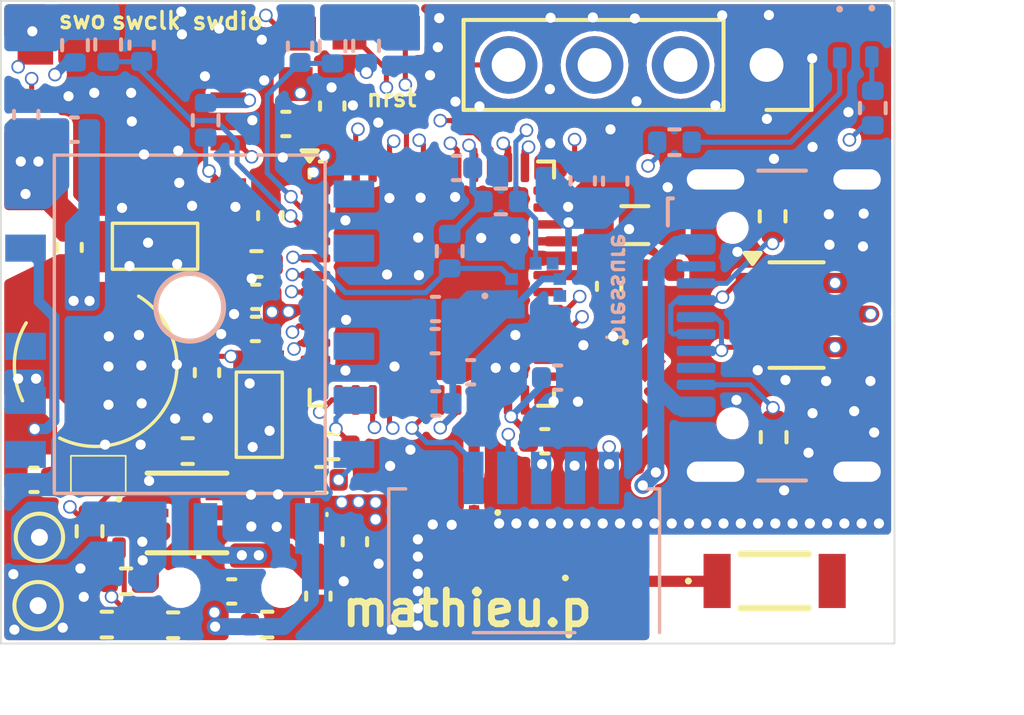
<source format=kicad_pcb>
(kicad_pcb (version 20240108) (generator "pcbnew") (generator_version "8.0")
  (layers (0 "F.Cu" signal) (1 "In1.Cu" signal) (2 "In2.Cu" signal) (3 "In3.Cu" signal) (4 "In4.Cu" signal) (31 "B.Cu" signal) (34 "B.Paste" user) (35 "F.Paste" user) (36 "B.SilkS" user "B.Silkscreen") (37 "F.SilkS" user "F.Silkscreen") (38 "B.Mask" user) (39 "F.Mask" user) (44 "Edge.Cuts" user))
  (net 0 "")
  (net 1 "Net-(BT1-+)")
  (net 2 "GNDGPS")
  (net 3 "Net-(U1-VFBSMPS)")
  (net 4 "GND")
  (net 5 "+3.3V")
  (net 6 "vusb")
  (net 7 "Net-(C3-Pad2)")
  (net 8 "Net-(SW1-B)")
  (net 9 "B2")
  (net 10 "B1")
  (net 11 "Net-(U1-NRST)")
  (net 12 "Net-(U1-PH3)")
  (net 13 "Net-(D1-A)")
  (net 14 "Net-(D1-K)")
  (net 15 "Net-(FL1-OUT)")
  (net 16 "Net-(FL1-IN)")
  (net 17 "Net-(IC1-IN)")
  (net 18 "SPI_MOSi")
  (net 19 "SPI_SCK")
  (net 20 "SPI_MISO")
  (net 21 "SPI_CS")
  (net 22 "COMPASSDA")
  (net 23 "COMPASSCL")
  (net 24 "USART_RX")
  (net 25 "USART_TX")
  (net 26 "OLED_SCL")
  (net 27 "OLED_SDA")
  (net 28 "Net-(J4-CC2)")
  (net 30 "Net-(J4-D--PadA7)")
  (net 31 "Net-(J4-D+-PadA6)")
  (net 32 "Net-(J4-CC1)")
  (net 34 "Net-(L1-Pad2)")
  (net 35 "Net-(U1-VLXSMPS)")
  (net 36 "Net-(PA1010D1-RX)")
  (net 40 "Net-(PA1010D1-TX)")
  (net 43 "ALIMGPS")
  (net 44 "Net-(U2-PROG)")
  (net 45 "Net-(R10-Pad1)")
  (net 46 "Net-(R8-Pad2)")
  (net 47 "GPSRX")
  (net 48 "GPSTX")
  (net 49 "Net-(U1-PA4)")
  (net 50 "BAT+")
  (net 51 "SWDIO")
  (net 52 "SWCLK")
  (net 53 "SWO")
  (net 61 "D+")
  (net 62 "HSE_OUT")
  (net 63 "D-")
  (net 65 "HSE_IN")
  (net 69 "Net-(D2-A)")
  (net 70 "Net-(D3-A)")
  (net 71 "Net-(U1-PB0)")
  (net 72 "Net-(U1-PB1)")
  (footprint "Resistor_SMD:R_0402_1005Metric" (layer "F.Cu") (at 133.82 109.51)
    (property "Reference" "R4" (hide yes))
    (property "Value" "1R" (hide yes))
  )
  (footprint "Capacitor_SMD:C_0402_1005Metric" (layer "F.Cu") (at 135.74 94.18 -90)
    (property "Reference" "C21" (hide yes))
    (property "Value" "100n" (hide yes))
  )
  (footprint "custom_testpoint:TestPoint_Pad_1.0x1.0mm" (layer "F.Cu") (at 134.66 93.53)
    (property "Reference" "REF**" (hide yes))
    (property "Value" "TestPoint_Pad_1.0x1.0mm" (hide yes))
  )
  (footprint "74889302450(antenne):74889302450" (layer "F.Cu") (at 148.81 108.22)
    (property "Reference" "ANT1" (hide yes))
    (property "Value" "74889302450" (hide yes))
  )
  (footprint "DLF162500LT-5028A1:DLF162500LT5028A1" (layer "F.Cu") (at 143.877 108.23)
    (property "Reference" "FL1" (hide yes))
    (property "Value" "LFCN-2400D" (hide yes))
  )
  (footprint "830069494:830069494" (layer "F.Cu") (at 144.91 102.56 -135)
    (property "Reference" "Y1" (hide yes))
    (property "Value" "Crystal_GND24" (hide yes))
  )
  (footprint "Resistor_SMD:R_0402_1005Metric" (layer "F.Cu") (at 129.65 108.23 180)
    (property "Reference" "R17" (hide yes))
    (property "Value" "50k" (hide yes))
  )
  (footprint "custom_testpoint:TestPoint_Pad_1.0x1.0mm" (layer "F.Cu") (at 136.25 92.01)
    (property "Reference" "REF**" (hide yes))
    (property "Value" "TestPoint_Pad_1.0x1.0mm" (hide yes))
  )
  (footprint "Inductor_SMD:L_0402_1005Metric" (layer "F.Cu") (at 145.36 99.03 180)
    (property "Reference" "L2" (hide yes))
    (property "Value" "10n" (hide yes))
  )
  (footprint "Connector_PinSocket_2.54mm:PinSocket_1x04_P2.54mm_Vertical" (layer "F.Cu") (at 148.57 92.965 -90)
    (property "Reference" "J3" (hide yes))
    (property "Value" "OLED" (hide yes))
  )
  (footprint "LTC4065:DFN-6_DC_LIT" (layer "F.Cu") (at 131.450001 106.209999)
    (property "Reference" "U2" (hide yes))
    (property "Value" "LTC4065AEDC" (hide yes))
  )
  (footprint "custom_testpoint:TestPoint_Pad_1.0x1.0mm" (layer "F.Cu") (at 137.83 92.02)
    (property "Reference" "REF**" (hide yes))
    (property "Value" "TestPoint_Pad_1.0x1.0mm" (hide yes))
  )
  (footprint "Capacitor_SMD:C_0402_1005Metric" (layer "F.Cu") (at 132.77 108.53)
    (property "Reference" "C3" (hide yes))
    (property "Value" "1u" (hide yes))
  )
  (footprint "Package_DFN_QFN:QFN-48-1EP_7x7mm_P0.5mm_EP5.6x5.6mm" (layer "F.Cu") (at 138.6825 99.43)
    (property "Reference" "U1" (hide yes))
    (property "Value" "STM32WB55CGUx" (hide yes))
  )
  (footprint "MLPF-WB-01E3:MLPFWB01E3" (layer "F.Cu") (at 139.68 105.547 180)
    (property "Reference" "IC1" (hide yes))
    (property "Value" "MLPF-WB-01E3" (hide yes))
  )
  (footprint "Package_TO_SOT_SMD:SOT-23-6" (layer "F.Cu") (at 149.4575 100.36)
    (property "Reference" "U4" (hide yes))
    (property "Value" "USBLC6-2SC6" (hide yes))
  )
  (footprint "Resistor_SMD:R_0402_1005Metric" (layer "F.Cu") (at 133.5 98.85 180)
    (property "Reference" "R16" (hide yes))
    (property "Value" "10k" (hide yes))
  )
  (footprint "Capacitor_SMD:C_0402_1005Metric" (layer "F.Cu") (at 127.98 98.36 -90)
    (property "Reference" "C9" (hide yes))
    (property "Value" "0.1u" (hide yes))
  )
  (footprint "custom_testpoint:TestPoint_Pad_1.0x1.0mm" (layer "F.Cu") (at 134.76 92.04)
    (property "Reference" "REF**" (hide yes))
    (property "Value" "TestPoint_Pad_1.0x1.0mm" (hide yes))
  )
  (footprint "MS414:MS421R-IV03E" (layer "F.Cu") (at 129.85 99.44 180)
    (property "Reference" "BT1" (hide yes))
    (property "Value" "ML414S" (hide yes))
  )
  (footprint "Capacitor_SMD:C_0402_1005Metric" (layer "F.Cu") (at 134.37 94.71)
    (property "Reference" "C26" (hide yes))
    (property "Value" "100n" (hide yes))
  )
  (footprint "Resistor_SMD:R_0402_1005Metric" (layer "F.Cu") (at 135.77 104.24)
    (property "Reference" "R12" (hide yes))
    (property "Value" "470R" (hide yes))
  )
  (footprint "Capacitor_SMD:C_0402_1005Metric" (layer "F.Cu") (at 142.02 104.09 180)
    (property "Reference" "C23" (hide yes))
    (property "Value" "100p" (hide yes))
  )
  (footprint "LDLN025PU33R:LDLN025PU33R" (layer "F.Cu") (at 134.395 106.335 -90)
    (property "Reference" "U3" (hide yes))
    (property "Value" "LDLN022PU33R" (hide yes))
  )
  (footprint "Inductor_SMD:L_0805_2012Metric" (layer "F.Cu") (at 144.68 97.7)
    (property "Reference" "L1" (hide yes))
    (property "Value" "2.2u" (hide yes))
  )
  (footprint "Resistor_SMD:R_0402_1005Metric" (layer "F.Cu") (at 128.57 106.75 -90)
    (property "Reference" "R6" (hide yes))
    (property "Value" "470k" (hide yes))
  )
  (footprint "KXT3:SW_KXT3" (layer "F.Cu") (at 132.405 97.595 180)
    (property "Reference" "SW4" (hide yes))
    (property "Value" "boot" (hide yes))
  )
  (footprint "TestPoint:TestPoint_THTPad_D1.0mm_Drill0.5mm" (layer "F.Cu") (at 127.05 108.95)
    (property "Reference" "TP1" (hide yes))
    (property "Value" "bat-" (hide yes))
  )
  (footprint "Capacitor_SMD:C_0402_1005Metric" (layer "F.Cu") (at 132.04 102.06 90)
    (property "Reference" "C17" (hide yes))
    (property "Value" "0.1u" (hide yes))
  )
  (footprint "Resistor_SMD:R_0402_1005Metric" (layer "F.Cu") (at 148.78 103.97 -90)
    (property "Reference" "R15" (hide yes))
    (property "Value" "5.1k" (hide yes))
  )
  (footprint "Capacitor_SMD:C_0402_1005Metric" (layer "F.Cu") (at 126.93 105.23)
    (property "Reference" "C8" (hide yes))
    (property "Value" "1u" (hide yes))
  )
  (footprint "Resistor_SMD:R_0402_1005Metric" (layer "F.Cu") (at 135.42 105.23 180)
    (property "Reference" "R11" (hide yes))
    (property "Value" "470R" (hide yes))
  )
  (footprint "Resistor_SMD:R_0402_1005Metric" (layer "F.Cu") (at 131.47 104.38)
    (property "Reference" "R3" (hide yes))
    (property "Value" "20k" (hide yes))
  )
  (footprint "Capacitor_SMD:C_0402_1005Metric" (layer "F.Cu") (at 136.41 107.06 -90)
    (property "Reference" "C5" (hide yes))
    (property "Value" "1u" (hide yes))
  )
  (footprint "W25Q128:SON127P600X500X80-9N-D" (layer "F.Cu") (at 129.82 94.635 180)
    (property "Reference" "IC2" (hide yes))
    (property "Value" "W25Q128JVPIQ_TR" (hide yes))
  )
  (footprint "LED_SMD:LED_0201_0603Metric_Pad0.64x0.40mm_HandSolder" (layer "F.Cu") (at 129.44 106.84 -90)
    (property "Reference" "D1" (hide yes))
    (property "Value" "~" (hide yes))
  )
  (footprint "Resistor_SMD:R_0402_1005Metric" (layer "F.Cu") (at 148.75 97.44 90)
    (property "Reference" "R14" (hide yes))
    (property "Value" "5.1k" (hide yes))
  )
  (footprint "Capacitor_SMD:C_0402_1005Metric" (layer "F.Cu") (at 133.47 100.77)
    (property "Reference" "C15" (hide yes))
    (property "Value" "10n" (hide yes))
  )
  (footprint "KXT3:SW_KXT3" (layer "F.Cu") (at 134.315 105.205 90)
    (property "Reference" "SW5" (hide yes))
    (property "Value" "RSTBTN" (hide yes))
  )
  (footprint "2N7002KQBZ:2N7002KQB" (layer "F.Cu") (at 129.58 105.58 90)
    (property "Reference" "Q1" (hide yes))
    (property "Value" "2N7002K" (hide yes))
  )
  (footprint "Resistor_SMD:R_0402_1005Metric" (layer "F.Cu") (at 131.04 109.53 180)
    (property "Reference" "R5" (hide yes))
    (property "Value" "510R" (hide yes))
  )
  (footprint "TestPoint:TestPoint_THTPad_D1.0mm_Drill0.5mm" (layer "F.Cu") (at 127.09 106.93)
    (property "Reference" "TP2" (hide yes))
    (property "Value" "bat+" (hide yes))
  )
  (footprint "Capacitor_SMD:C_0402_1005Metric" (layer "F.Cu") (at 135.33 108.67 -90)
    (property "Reference" "C4" (hide yes))
    (property "Value" "1u" (hide yes))
  )
  (footprint "Capacitor_SMD:C_0402_1005Metric" (layer "F.Cu") (at 143.92 99.51 90)
    (property "Reference" "C1" (hide yes))
    (property "Value" "4.7u" (hide yes))
  )
  (footprint "Resistor_SMD:R_0402_1005Metric" (layer "F.Cu") (at 129.08 109.51 180)
    (property "Reference" "R18" (hide yes))
    (property "Value" "50k" (hide yes))
  )
  (footprint "Capacitor_SMD:C_0402_1005Metric" (layer "F.Cu") (at 133.91 97.42 -90)
    (property "Reference" "C18" (hide yes))
    (property "Value" "10n" (hide yes))
  )
  (footprint "Capacitor_SMD:C_0402_1005Metric" (layer "F.Cu") (at 133.48 99.82)
    (property "Reference" "C16" (hide yes))
    (property "Value" "1u" (hide yes))
  )
  (footprint "Capacitor_SMD:C_0402_1005Metric" (layer "B.Cu") (at 126.7 94.43 90)
    (property "Reference" "C11" (hide yes))
    (property "Value" "100n" (hide yes))
  )
  (footprint "custom_testpoint:TestPoint_Pad_1.0x1.0mm" (layer "B.Cu") (at 126.88 91.97 180)
    (property "Reference" "TP3" (hide yes))
    (property "Value" "B1" (hide yes))
  )
  (footprint "Capacitor_SMD:C_0402_1005Metric" (layer "B.Cu") (at 138.78 101.13)
    (property "Reference" "C19" (hide yes))
    (property "Value" "4.7u" (hide yes))
  )
  (footprint "Capacitor_SMD:C_0402_1005Metric" (layer "B.Cu") (at 139.83 102.05 180)
    (property "Reference" "C12" (hide yes))
    (property "Value" "4.7u" (hide yes))
  )
  (footprint "Resistor_SMD:R_0402_1005Metric" (layer "B.Cu") (at 136.74 92.4 90)
    (property "Reference" "R8" (hide yes))
    (property "Value" "10k" (hide yes))
  )
  (footprint "WSEN-PADS:2511020213301" (layer "B.Cu") (at 141.75 99.543)
    (property "Reference" "WSEN-PADS1" (hide yes))
    (property "Value" "~" (hide yes))
  )
  (footprint "Capacitor_SMD:C_0402_1005Metric" (layer "B.Cu") (at 139.41 96.01)
    (property "Reference" "C2" (hide yes))
    (property "Value" "100n" (hide yes))
  )
  (footprint "Capacitor_SMD:C_0402_1005Metric" (layer "B.Cu") (at 128.12 94.88)
    (property "Reference" "C10" (hide yes))
    (property "Value" "1u" (hide yes))
  )
  (footprint "Capacitor_SMD:C_0402_1005Metric" (layer "B.Cu") (at 144.1 96.4 -90)
    (property "Reference" "C24" (hide yes))
    (property "Value" "4.7u" (hide yes))
  )
  (footprint "Resistor_SMD:R_0402_1005Metric" (layer "B.Cu") (at 151.71 94.24 90)
    (property "Reference" "R1" (hide yes))
    (property "Value" "510R" (hide yes))
  )
  (footprint "Resistor_SMD:R_0402_1005Metric" (layer "B.Cu") (at 135.75 92.41 -90)
    (property "Reference" "R9" (hide yes))
    (property "Value" "10k" (hide yes))
  )
  (footprint "Resistor_SMD:R_0402_1005Metric" (layer "B.Cu") (at 145.85 95.25)
    (property "Reference" "R2" (hide yes))
    (property "Value" "510R" (hide yes))
  )
  (footprint "Resistor_SMD:R_0402_1005Metric" (layer "B.Cu") (at 129.12 92.36 -90)
    (property "Reference" "R10" (hide yes))
    (property "Value" "10k" (hide yes))
  )
  (footprint "Capacitor_SMD:C_0402_1005Metric" (layer "B.Cu") (at 134.79 92.41 90)
    (property "Reference" "C6" (hide yes))
    (property "Value" "10n" (hide yes))
  )
  (footprint "LED_SMD:LED_0201_0603Metric_Pad0.64x0.40mm_HandSolder" (layer "B.Cu") (at 151.68 92.32 -90)
    (property "Reference" "D2" (hide yes))
    (property "Value" "~" (hide yes))
  )
  (footprint "Resistor_SMD:R_0402_1005Metric" (layer "B.Cu") (at 128.14 92.38 90)
    (property "Reference" "R7" (hide yes))
    (property "Value" "10k" (hide yes))
  )
  (footprint "Capacitor_SMD:C_0402_1005Metric" (layer "B.Cu") (at 143.14 96.39 -90)
    (property "Reference" "C22" (hide yes))
    (property "Value" "100n" (hide yes))
  )
  (footprint "Resistor_SMD:R_0402_1005Metric" (layer "B.Cu") (at 140.72 97)
    (property "Reference" "R20" (hide yes))
    (property "Value" "2.2k" (hide yes))
  )
  (footprint "USBWURTH:USBC-WURTH" (layer "B.Cu") (at 150.17 100.67 -90)
    (property "Reference" "J4" (hide yes))
    (property "Value" "USB_C_Receptacle_USB2.0_14P" (hide yes))
  )
  (footprint "Resistor_SMD:R_0402_1005Metric" (layer "B.Cu") (at 132 94.6 90)
    (property "Reference" "R13" (hide yes))
    (property "Value" "10k" (hide yes))
  )
  (footprint "PCM:SW_PCM" (layer "B.Cu") (at 136.895 109.7825 180)
    (property "Reference" "SW1" (hide yes))
    (property "Value" "Int" (hide yes))
  )
  (footprint "custom_testpoint:TestPoint_Pad_1.0x1.0mm" (layer "B.Cu") (at 132.4 91.89 180)
    (property "Reference" "TP4" (hide yes))
    (property "Value" "GNDBTN" (hide yes))
  )
  (footprint "LED_SMD:LED_0201_0603Metric_Pad0.64x0.40mm_HandSolder" (layer "B.Cu") (at 150.73 92.35 -90)
    (property "Reference" "D3" (hide yes))
    (property "Value" "~" (hide yes))
  )
  (footprint "custom_testpoint:TestPoint_Pad_1.0x1.0mm" (layer "B.Cu") (at 137.81 92.04 180)
    (property "Reference" "TP5" (hide yes))
    (property "Value" "B2" (hide yes))
  )
  (footprint "SM06B-SRSS:SM06BSRSSTB" (layer "B.Cu") (at 141.41 107.46 180)
    (property "Reference" "J1" (hide yes))
    (property "Value" "SM06B-SRSS-TB" (hide yes))
  )
  (footprint "Capacitor_SMD:C_0402_1005Metric" (layer "B.Cu") (at 142.4 102.21 180)
    (property "Reference" "C13" (hide yes))
    (property "Value" "100n" (hide yes))
  )
  (footprint "Capacitor_SMD:C_0402_1005Metric" (layer "B.Cu") (at 130.11 92.38 90)
    (property "Reference" "C7" (hide yes))
    (property "Value" "10n" (hide yes))
  )
  (footprint "Capacitor_SMD:C_0402_1005Metric" (layer "B.Cu") (at 138.79 100.18)
    (property "Reference" "C20" (hide yes))
    (property "Value" "100n" (hide yes))
  )
  (footprint "Resistor_SMD:R_0402_1005Metric" (layer "B.Cu") (at 139.21 98.47 90)
    (property "Reference" "R19" (hide yes))
    (property "Value" "2.2k" (hide yes))
  )
  (footprint "PA1010D:PA1010D" (layer "B.Cu") (at 136.53 105.63 180)
    (property "Reference" "PA1010D1" (hide yes))
    (property "Value" "PA1010D" (hide yes))
  )
  (footprint "Capacitor_SMD:C_0402_1005Metric" (layer "B.Cu") (at 138.8 102.97)
    (property "Reference" "C25" (hide yes))
    (property "Value" "100n" (hide yes))
  )
  (gr_rect (start 125.95 91.07) (end 152.35 110.07) (stroke (width 0.05)) (fill none) (layer "Edge.Cuts"))
  (gr_text "pressure\n" (at 143.95 101.2 270) (layer "B.SilkS") (effects (font (size 0.5 0.5) (thickness 0.1)) (justify left bottom mirror)))
  (gr_text "swo" (at 127.6 91.93 0) (layer "F.SilkS") (effects (font (size 0.5 0.5) (thickness 0.1)) (justify left bottom)))
  (gr_text "mathieu.p" (at 135.93 109.62 0) (layer "F.SilkS") (effects (font (size 1 1) (thickness 0.2) (bold yes)) (justify left bottom)))
  (gr_text "swdio" (at 131.55 91.96 0) (layer "F.SilkS") (effects (font (size 0.5 0.5) (thickness 0.1)) (justify left bottom)))
  (gr_text "nrst" (at 136.7 94.24 0) (layer "F.SilkS") (effects (font (size 0.5 0.5) (thickness 0.1)) (justify left bottom)))
  (gr_text "swclk" (at 129.17 91.95 0) (layer "F.SilkS") (effects (font (size 0.5 0.5) (thickness 0.1)) (justify left bottom)))
  (via (at 126.95 103.73) (size 0.4) (drill 0.3) (layers "F.Cu" "B.Cu") (net 1))
  (segment (start 127.53 103.49) (end 127.53 100.42) (width 0.3) (layer "B.Cu") (net 1))
  (segment (start 127.07 99.96) (end 127.07 98.77) (width 0.3) (layer "B.Cu") (net 1))
  (segment (start 127.53 100.42) (end 127.07 99.96) (width 0.3) (layer "B.Cu") (net 1))
  (segment (start 127.29 103.73) (end 127.53 103.49) (width 0.3) (layer "B.Cu") (net 1))
  (segment (start 127.07 98.77) (end 126.68 98.38) (width 0.3) (layer "B.Cu") (net 1))
  (segment (start 126.95 103.73) (end 127.29 103.73) (width 0.3) (layer "B.Cu") (net 1))
  (via (at 128.1 99.94) (size 0.4) (drill 0.3) (layers "F.Cu" "B.Cu") (net 2))
  (via (at 126.46 102.24) (size 0.4) (drill 0.3) (layers "F.Cu" "B.Cu") (net 2))
  (via (at 126.99 102.24) (size 0.4) (drill 0.3) (layers "F.Cu" "B.Cu") (net 2))
  (via (at 128.57 99.94) (size 0.4) (drill 0.3) (layers "F.Cu" "B.Cu") (net 2))
  (segment (start 143.21 99.18) (end 143.36 99.03) (width 0.3) (layer "F.Cu") (net 3))
  (segment (start 144.875 99.03) (end 143.92 99.03) (width 0.3) (layer "F.Cu") (net 3))
  (segment (start 142.12 99.18) (end 143.21 99.18) (width 0.3) (layer "F.Cu") (net 3))
  (segment (start 143.36 99.03) (end 143.92 99.03) (width 0.3) (layer "F.Cu") (net 3))
  (via (at 136.35 94.16) (size 0.4) (drill 0.3) (layers "F.Cu" "B.Cu") (net 4))
  (via (at 130.3 98.22) (size 0.4) (drill 0.3) (layers "F.Cu" "B.Cu") (net 4))
  (via (at 150.43 98.28) (size 0.4) (drill 0.3) (layers "F.Cu" "B.Cu") (net 4))
  (via (at 149.09 105.54) (size 0.4) (drill 0.3) (layers "F.Cu" "B.Cu") (net 4))
  (via (at 128.3 107.85) (size 0.4) (drill 0.3) (layers "F.Cu" "B.Cu") (net 4))
  (via (at 136.13 102) (size 0.4) (drill 0.3) (layers "F.Cu" "B.Cu") (net 4))
  (via (at 138.35 96.89) (size 0.4) (drill 0.3) (layers "F.Cu" "B.Cu") (net 4))
  (via (at 143.22 106.52) (size 0.4) (drill 0.3) (layers "F.Cu" "B.Cu") (net 4))
  (via (at 149.93 103.26) (size 0.4) (drill 0.3) (layers "F.Cu" "B.Cu") (net 4))
  (via (at 145.26 106.52) (size 0.4) (drill 0.3) (layers "F.Cu" "B.Cu") (net 4))
  (via (at 137.36 99.16) (size 0.4) (drill 0.3) (layers "F.Cu" "B.Cu") (net 4))
  (via (at 137.1 94.67) (size 0.4) (drill 0.3) (layers "F.Cu" "B.Cu") (net 4))
  (via (at 127.78 109.6) (size 0.4) (drill 0.3) (layers "F.Cu" "B.Cu") (net 4))
  (via (at 140.67 106.52) (size 0.4) (drill 0.3) (layers "F.Cu" "B.Cu") (net 4))
  (via (at 151.38 106.52) (size 0.4) (drill 0.3) (layers "F.Cu" "B.Cu") (net 4))
  (via (at 137.45 104.82) (size 0.4) (drill 0.3) (layers "F.Cu" "B.Cu") (net 4))
  (via (at 147.06 94.16) (size 0.4) (drill 0.3) (layers "F.Cu" "B.Cu") (net 4))
  (via (at 129.13 101.88) (size 0.4) (drill 0.3) (layers "F.Cu" "B.Cu") (net 4))
  (via (at 130.03 100.95) (size 0.4) (drill 0.3) (layers "F.Cu" "B.Cu") (net 4))
  (via (at 130.18 95.61) (size 0.4) (drill 0.3) (layers "F.Cu" "B.Cu") (net 4))
  (via (at 133.89 103.78) (size 0.4) (drill 0.3) (layers "F.Cu" "B.Cu") (net 4))
  (via (at 132.88 97.16) (size 0.4) (drill 0.3) (layers "F.Cu" "B.Cu") (net 4))
  (via (at 143.16 101.25) (size 0.4) (drill 0.3) (layers "F.Cu" "B.Cu") (net 4))
  (via (at 142.2 106.52) (size 0.4) (drill 0.3) (layers "F.Cu" "B.Cu") (net 4))
  (via (at 129.82 94.635) (size 0.4) (drill 0.3) (layers "F.Cu" "B.Cu") (net 4))
  (via (at 138.71 106.55) (size 0.4) (drill 0.3) (layers "F.Cu" "B.Cu") (net 4))
  (via (at 138.05 104.34) (size 0.4) (drill 0.3) (layers "F.Cu" "B.Cu") (net 4))
  (via (at 140.57 101.92) (size 0.4) (drill 0.3) (layers "F.Cu" "B.Cu") (net 4))
  (via (at 133.38 94.6) (size 0.4) (drill 0.3) (layers "F.Cu" "B.Cu") (net 4))
  (via (at 126.35 109.66) (size 0.4) (drill 0.3) (layers "F.Cu" "B.Cu") (net 4))
  (via (at 143 102.92) (size 0.4) (drill 0.3) (layers "F.Cu" "B.Cu") (net 4))
  (via (at 139.37 96.87) (size 0.4) (drill 0.3) (layers "F.Cu" "B.Cu") (net 4))
  (via (at 138.9 91.58) (size 0.4) (drill 0.3) (layers "F.Cu" "B.Cu") (net 4))
  (via (at 149.34 106.52) (size 0.4) (drill 0.3) (layers "F.Cu" "B.Cu") (net 4))
  (via (at 129.8 93.79) (size 0.4) (drill 0.3) (layers "F.Cu" "B.Cu") (net 4))
  (via (at 132.46 100.92) (size 0.4) (drill 0.3) (layers "F.Cu" "B.Cu") (net 4))
  (via (at 128.71 93.79) (size 0.4) (drill 0.3) (layers "F.Cu" "B.Cu") (net 4))
  (via (at 141.15 100.95) (size 0.4) (drill 0.3) (layers "F.Cu" "B.Cu") (net 4))
  (via (at 138.27 106.99) (size 0.4) (drill 0.3) (layers "F.Cu" "B.Cu") (net 4))
  (via (at 130.33 105.26) (size 0.4) (drill 0.3) (layers "F.Cu" "B.Cu") (net 4))
  (via (at 145.65 96.58) (size 0.4) (drill 0.3) (layers "F.Cu" "B.Cu") (net 4))
  (via (at 151.16 103.2) (size 0.4) (drill 0.3) (layers "F.Cu" "B.Cu") (net 4))
  (via (at 148.64 91.49) (size 0.4) (drill 0.3) (layers "F.Cu" "B.Cu") (net 4))
  (via (at 141.14 101.91) (size 0.4) (drill 0.3) (layers "F.Cu" "B.Cu") (net 4))
  (via (at 136.08 108.23) (size 0.4) (drill 0.3) (layers "F.Cu" "B.Cu") (net 4))
  (via (at 127.95 93.89) (size 0.4) (drill 0.3) (layers "F.Cu" "B.Cu") (net 4))
  (via (at 126.32 108.02) (size 0.4) (drill 0.3) (layers "F.Cu" "B.Cu") (net 4))
  (via (at 133.34 105.67) (size 0.4) (drill 0.3) (layers "F.Cu" "B.Cu") (net 4))
  (via (at 132.4 91.89) (size 0.4) (drill 0.3) (layers "F.Cu" "B.Cu") (net 4))
  (via (at 144.68 91.59) (size 0.4) (drill 0.3) (layers "F.Cu" "B.Cu") (net 4))
  (via (at 133.3 102.38) (size 0.4) (drill 0.3) (layers "F.Cu" "B.Cu") (net 4))
  (via (at 147.81 106.52) (size 0.4) (drill 0.3) (layers "F.Cu" "B.Cu") (net 4))
  (via (at 150.33 102.31) (size 0.4) (drill 0.3) (layers "F.Cu" "B.Cu") (net 4))
  (via (at 138.27 109.03) (size 0.4) (drill 0.3) (layers "F.Cu" "B.Cu") (net 4))
  (via (at 140.09 94.19) (size 0.4) (drill 0.3) (layers "F.Cu" "B.Cu") (net 4))
  (via (at 147.71 98.49) (size 0.4) (drill 0.3) (layers "F.Cu" "B.Cu") (net 4))
  (via (at 148.32 106.52) (size 0.4) (drill 0.3) (layers "F.Cu" "B.Cu") (net 4))
  (via (at 148.83 106.52) (size 0.4) (drill 0.3) (layers "F.Cu" "B.Cu") (net 4))
  (via (at 138.63 93.27) (size 0.4) (drill 0.3) (layers "F.Cu" "B.Cu") (net 4))
  (via (at 142.18 95.28) (size 0.4) (drill 0.3) (layers "F.Cu" "B.Cu") (net 4))
  (via (at 142.71 106.52) (size 0.4) (drill 0.3) (layers "F.Cu" "B.Cu") (net 4))
  (via (at 131.22 96.45) (size 0.4) (drill 0.3) (layers "F.Cu" "B.Cu") (net 4))
  (via (at 147.68 102.87) (size 0.4) (drill 0.3) (layers "F.Cu" "B.Cu") (net 4))
  (via (at 146.79 106.52) (size 0.4) (drill 0.3) (layers "F.Cu" "B.Cu") (net 4))
  (via (at 149.13 102.28) (size 0.4) (drill 0.3) (layers "F.Cu" "B.Cu") (net 4))
  (via (at 150.36 106.52) (size 0.4) (drill 0.3) (layers "F.Cu" "B.Cu") (net 4))
  (via (at 129.14 100.99) (size 0.4) (drill 0.3) (layers "F.Cu" "B.Cu") (net 4))
  (via (at 142.19 91.57) (size 0.4) (drill 0.3) (layers "F.Cu" "B.Cu") (net 4))
  (via (at 140.14 98.08) (size 0.4) (drill 0.3) (layers "F.Cu" "B.Cu") (net 4))
  (via (at 138.27 107.5) (size 0.4) (drill 0.3) (layers "F.Cu" "B.Cu") (net 4))
  (via (at 151.44 97.36) (size 0.4) (drill 0.3) (layers "F.Cu" "B.Cu") (net 4))
  (via (at 131.28 91.39) (size 0.4) (drill 0.3) (layers "F.Cu" "B.Cu") (net 4))
  (via (at 143.73 106.52) (size 0.4) (drill 0.3) (layers "F.Cu" "B.Cu") (net 4))
  (via (at 130.08 104.19) (size 0.4) (drill 0.3) (layers "F.Cu" "B.Cu") (net 4))
  (via (at 129.03 104.19) (size 0.4) (drill 0.3) (layers "F.Cu" "B.Cu") (net 4))
  (via (at 144.04 100.99) (size 0.4) (drill 0.3) (layers "F.Cu" "B.Cu") (net 4))
  (via (at 147.3 106.52) (size 0.4) (drill 0.3) (layers "F.Cu" "B.Cu") (net 4))
  (via (at 150.41 97.38) (size 0.4) (drill 0.3) (layers "F.Cu" "B.Cu") (net 4))
  (via (at 151.75 103.83) (size 0.4) (drill 0.3) (layers "F.Cu" "B.Cu") (net 4))
  (via (at 149.81 104.43) (size 0.4) (drill 0.3) (layers "F.Cu" "B.Cu") (net 4))
  (via (at 138.28 98.07) (size 0.4) (drill 0.3) (layers "F.Cu" "B.Cu") (net 4))
  (via (at 134.28 95.7) (size 0.4) (drill 0.3) (layers "F.Cu" "B.Cu") (net 4))
  (via (at 142.17 93.68) (size 0.4) (drill 0.3) (layers "F.Cu" "B.Cu") (net 4))
  (via (at 144.73 94.04) (size 0.4) (drill 0.3) (layers "F.Cu" "B.Cu") (net 4))
  (via (at 138.27 108.01) (size 0.4) (drill 0.3) (layers "F.Cu" "B.Cu") (net 4))
  (via (at 129.75 98.91) (size 0.4) (drill 0.3) (layers "F.Cu" "B.Cu") (net 4))
  (via (at 147.26 91.5) (size 0.4) (drill 0.3) (layers "F.Cu" "B.Cu") (net 4))
  (via (at 130.11 102.97) (size 0.4) (drill 0.3) (layers "F.Cu" "B.Cu") (net 4))
  (via (at 129.53 97.19) (size 0.4) (drill 0.3) (layers "F.Cu" "B.Cu") (net 4))
  (via (at 141.18 106.52) (size 0.4) (drill 0.3) (layers "F.Cu" "B.Cu") (net 4))
  (via (at 148.79 95.74) (size 0.4) (drill 0.3) (layers "F.Cu" "B.Cu") (net 4))
  (via (at 151.89 106.52) (size 0.4) (drill 0.3) (layers "F.Cu" "B.Cu") (net 4))
  (via (at 133.39 104.26) (size 0.4) (drill 0.3) (layers "F.Cu" "B.Cu") (net 4))
  (via (at 131.3 92.06) (size 0.4) (drill 0.3) (layers "F.Cu" "B.Cu") (net 4))
  (via (at 136.13 97.56) (size 0.4) (drill 0.3) (layers "F.Cu" "B.Cu") (net 4))
  (via (at 134.14 105.66) (size 0.4) (drill 0.3) (layers "F.Cu" "B.Cu") (net 4))
  (via (at 148.58 94.56) (size 0.4) (drill 0.3) (layers "F.Cu" "B.Cu") (net 4))
  (via (at 133.66 92.22) (size 0.4) (drill 0.3) (layers "F.Cu" "B.Cu") (net 4))
  (via (at 133.729834 93.419834) (size 0.4) (drill 0.3) (layers "F.Cu" "B.Cu") (net 4))
  (via (at 141.69 106.52) (size 0.4) (drill 0.3) (layers "F.Cu" "B.Cu") (net 4))
  (via (at 151.42 98.33) (size 0.4) (drill 0.3) (layers "F.Cu" "B.Cu") (net 4))
  (via (at 144.75 106.52) (size 0.4) (drill 0.3) (layers "F.Cu" "B.Cu") (net 4))
  (via (at 137.5 109.66) (size 0.4) (drill 0.3) (layers "F.Cu" "B.Cu") (net 4))
  (via (at 131.16 98.85) (size 0.4) (drill 0.3) (layers "F.Cu" "B.Cu") (net 4))
  (via (at 136.15 100.5) (size 0.4) (drill 0.3) (layers "F.Cu" "B.Cu") (net 4))
  (via (at 138.27 108.52) (size 0.4) (drill 0.3) (layers "F.Cu" "B.Cu") (net 4))
  (via (at 131.6 97.13) (size 0.4) (drill 0.3) (layers "F.Cu" "B.Cu") (net 4))
  (via (at 138.3 99.18) (size 0.4) (drill 0.3) (layers "F.Cu" "B.Cu") (net 4))
  (via (at 148.31 101.99) (size 0.4) (drill 0.3) (layers "F.Cu" "B.Cu") (net 4))
  (via (at 130.1 101.85) (size 0.4) (drill 0.3) (layers "F.Cu" "B.Cu") (net 4))
  (via (at 132.06 103.4) (size 0.4) (drill 0.3) (layers "F.Cu" "B.Cu") (net 4))
  (via (at 133.35 106.61) (size 0.4) (drill 0.3) (layers "F.Cu" "B.Cu") (net 4))
  (via (at 131.19 95.5) (size 0.4) (drill 0.3) (layers "F.Cu" "B.Cu") (net 4))
  (via (at 138.86 92.44) (size 0.4) (drill 0.3) (layers "F.Cu" "B.Cu") (net 4))
  (via (at 149.85 106.52) (size 0.4) (drill 0.3) (layers "F.Cu" "B.Cu") (net 4))
  (via (at 142.28 102.91) (size 0.4) (drill 0.3) (layers "F.Cu" "B.Cu") (net 4))
  (via (at 144.509834 97.819834) (size 0.4) (drill 0.3) (layers "F.Cu" "B.Cu") (net 4))
  (via (at 133.36 99.28) (size 0.4) (drill 0.3) (layers "F.Cu" "B.Cu") (net 4))
  (via (at 131.15 101.82) (size 0.4) (drill 0.3) (layers "F.Cu" "B.Cu") (net 4))
  (via (at 144.24 106.52) (size 0.4) (drill 0.3) (layers "F.Cu" "B.Cu") (net 4))
  (via (at 137.43 96.9) (size 0.4) (drill 0.3) (layers "F.Cu" "B.Cu") (net 4))
  (via (at 131.1 103.42) (size 0.4) (drill 0.3) (layers "F.Cu" "B.Cu") (net 4))
  (via (at 149.92 92.77) (size 0.4) (drill 0.3) (layers "F.Cu" "B.Cu") (net 4))
  (via (at 138.27 109.54) (size 0.4) (drill 0.3) (layers "F.Cu" "B.Cu") (net 4))
  (via (at 128.4 108.69) (size 0.4) (drill 0.3) (layers "F.Cu" "B.Cu") (net 4))
  (via (at 139.27 106.56) (size 0.4) (drill 0.3) (layers "F.Cu" "B.Cu") (net 4))
  (via (at 129.13 103.01) (size 0.4) (drill 0.3) (layers "F.Cu" "B.Cu") (net 4))
  (via (at 150.99 94.36) (size 0.4) (drill 0.3) (layers "F.Cu" "B.Cu") (net 4))
  (via (at 149.93 95.39) (size 0.4) (drill 0.3) (layers "F.Cu" "B.Cu") (net 4))
  (via (at 139.38 94.05) (size 0.4) (drill 0.3) (layers "F.Cu" "B.Cu") (net 4))
  (via (at 150.87 106.52) (size 0.4) (drill 0.3) (layers "F.Cu" "B.Cu") (net 4))
  (via (at 135.72 93.63) (size 0.4) (drill 0.3) (layers "F.Cu" "B.Cu") (net 4))
  (via (at 151.64 102.31) (size 0.4) (drill 0.3) (layers "F.Cu" "B.Cu") (net 4))
  (via (at 141.15 98.1) (size 0.4) (drill 0.3) (layers "F.Cu" "B.Cu") (net 4))
  (via (at 143.96 94.87) (size 0.4) (drill 0.3) (layers "F.Cu" "B.Cu") (net 4))
  (via (at 146.28 106.52) (size 0.4) (drill 0.3) (layers "F.Cu" "B.Cu") (net 4))
  (via (at 134.1 106.62) (size 0.4) (drill 0.3) (layers "F.Cu" "B.Cu") (net 4))
  (via (at 137.58 101.88) (size 0.4) (drill 0.3) (layers "F.Cu" "B.Cu") (net 4))
  (via (at 137.11 107.71) (size 0.4) (drill 0.3) (layers "F.Cu" "B.Cu") (net 4))
  (via (at 132.84 100.33) (size 0.4) (drill 0.3) (layers "F.Cu" "B.Cu") (net 4))
  (via (at 145.77 106.52) (size 0.4) (drill 0.3) (layers "F.Cu" "B.Cu") (net 4))
  (via (at 143.44 91.56) (size 0.4) (drill 0.3) (layers "F.Cu" "B.Cu") (net 4))
  (via (at 131.98 93.3) (size 0.4) (drill 0.3) (layers "F.Cu" "B.Cu") (net 4))
  (segment (start 139.9325 95.49406) (end 139.780013 95.341573) (width 0.2) (layer "F.Cu") (net 5))
  (segment (start 140.9325 103.263437) (end 140.9325 102.8675) (width 0.2) (layer "F.Cu") (net 5))
  (segment (start 139.4325 103.1875) (end 139.4325 102.8675) (width 0.2) (layer "F.Cu") (net 5))
  (segment (start 142.12 97.18) (end 142.69 97.18) (width 0.2) (layer "F.Cu") (net 5))
  (segment (start 142.66 97.68) (end 142.72 97.62) (width 0.2) (layer "F.Cu") (net 5))
  (segment (start 141.02449 103.355427) (end 141.54 103.870937) (width 0.2) (layer "F.Cu") (net 5))
  (segment (start 138.93 103.69) (end 139.4325 103.1875) (width 0.2) (layer "F.Cu") (net 5))
  (segment (start 139.9325 95.9925) (end 139.9325 95.49406) (width 0.2) (layer "F.Cu") (net 5))
  (segment (start 142.69 97.18) (end 142.71 97.16) (width 0.2) (layer "F.Cu") (net 5))
  (segment (start 141.02449 103.355427) (end 140.9325 103.263437) (width 0.2) (layer "F.Cu") (net 5))
  (segment (start 142.12 97.68) (end 142.66 97.68) (width 0.2) (layer "F.Cu") (net 5))
  (segment (start 141.54 103.870937) (end 141.54 104.09) (width 0.2) (layer "F.Cu") (net 5))
  (via (at 136.520275 105.883344) (size 0.4) (drill 0.3) (layers "F.Cu" "B.Cu") (net 5))
  (via (at 136.020388 105.894068) (size 0.4) (drill 0.3) (layers "F.Cu" "B.Cu") (net 5))
  (via (at 127.06 95.82) (size 0.4) (drill 0.3) (layers "F.Cu" "B.Cu") (net 5))
  (via (at 127.549196 93.250066) (size 0.4) (drill 0.3) (layers "F.Cu" "B.Cu") (net 5))
  (via (at 135.51 95.65) (size 0.4) (drill 0.3) (layers "F.Cu" "B.Cu") (net 5))
  (via (at 135.19 96.14) (size 0.4) (drill 0.3) (layers "F.Cu" "B.Cu") (net 5))
  (via (at 136.75 93.18) (size 0.4) (drill 0.3) (layers "F.Cu" "B.Cu") (net 5))
  (via (at 142.71 97.16) (size 0.4) (drill 0.3) (layers "F.Cu" "B.Cu") (net 5))
  (via (at 143.92 104.26) (size 0.4) (drill 0.3) (layers "F.Cu" "B.Cu") (net 5))
  (via (at 133.96 100.27) (size 0.4) (drill 0.3) (layers "F.Cu" "B.Cu") (net 5))
  (via (at 141.02449 103.355427) (size 0.4) (drill 0.3) (layers "F.Cu" "B.Cu") (net 5))
  (via (at 143.92 104.77) (size 0.4) (drill 0.3) (layers "F.Cu" "B.Cu") (net 5))
  (via (at 126.68 96.78) (size 0.4) (drill 0.3) (layers "F.Cu" "B.Cu") (net 5))
  (via (at 133.29 94.01) (size 0.4) (drill 0.3) (layers "F.Cu" "B.Cu") (net 5))
  (via (at 126.54 95.82) (size 0.4) (drill 0.3) (layers "F.Cu" "B.Cu") (net 5))
  (via (at 142.72 97.62) (size 0.4) (drill 0.3) (layers "F.Cu" "B.Cu") (net 5))
  (via (at 138.93 103.69) (size 0.4) (drill 0.3) (layers "F.Cu" "B.Cu") (net 5))
  (via (at 137.02 106.4) (size 0.4) (drill 0.3) (layers "F.Cu" "B.Cu") (net 5))
  (via (at 139.780013 95.341573) (size 0.4) (drill 0.3) (layers "F.Cu" "B.Cu") (net 5))
  (via (at 134.45 100.26) (size 0.4) (drill 0.3) (layers "F.Cu" "B.Cu") (net 5))
  (via (at 137.02 105.899997) (size 0.4) (drill 0.3) (layers "F.Cu" "B.Cu") (net 5))
  (segment (start 127.549196 93.250066) (end 127.909262 92.89) (width 0.3) (layer "B.Cu") (net 5))
  (segment (start 141.92 102.21) (end 141.92 102.459917) (width 0.2) (layer "B.Cu") (net 5))
  (segment (start 139.3 103.32) (end 139.3 102.1) (width 0.2) (layer "B.Cu") (net 5))
  (segment (start 143.92 104.26) (end 143.92 104.77) (width 0.2) (layer "B.Cu") (net 5))
  (segment (start 132 94.09) (end 133.21 94.09) (width 0.3) (layer "B.Cu") (net 5))
  (segment (start 139.89 96.01) (end 139.89 95.45156) (width 0.2) (layer "B.Cu") (net 5))
  (segment (start 141.25 99.9935) (end 141.25 100.256) (width 0.2) (layer "B.Cu") (net 5))
  (segment (start 127.909262 92.89) (end 128.14 92.89) (width 0.3) (layer "B.Cu") (net 5))
  (segment (start 139.89 96.01) (end 139.89 96.68) (width 0.2) (layer "B.Cu") (net 5))
  (segment (start 142.72 97.62) (end 142.72 99.036) (width 0.2) (layer "B.Cu") (net 5))
  (segment (start 133.21 94.09) (end 133.29 94.01) (width 0.3) (layer "B.Cu") (net 5))
  (segment (start 142.463 99.293) (end 141.9505 99.293) (width 0.2) (layer "B.Cu") (net 5))
  (segment (start 139.89 95.45156) (end 139.780013 95.341573) (width 0.2) (layer "B.Cu") (net 5))
  (segment (start 141.92 102.459917) (end 141.02449 103.355427) (width 0.2) (layer "B.Cu") (net 5))
  (segment (start 139.3 102.1) (end 139.35 102.05) (width 0.2) (layer "B.Cu") (net 5))
  (segment (start 138.93 103.69) (end 139.3 103.32) (width 0.2) (layer "B.Cu") (net 5))
  (segment (start 139.21 97.96) (end 139.25 97.96) (width 0.2) (layer "B.Cu") (net 5))
  (segment (start 142.72 99.036) (end 142.463 99.293) (width 0.2) (layer "B.Cu") (net 5))
  (segment (start 139.89 96.68) (end 140.21 97) (width 0.2) (layer "B.Cu") (net 5))
  (segment (start 139.25 97.96) (end 140.21 97) (width 0.2) (layer "B.Cu") (net 5))
  (segment (start 141.9505 99.293) (end 141.25 99.9935) (width 0.2) (layer "B.Cu") (net 5))
  (segment (start 150.625 100.33) (end 150.595 100.36) (width 0.5) (layer "F.Cu") (net 6))
  (segment (start 151.65 100.33) (end 150.625 100.33) (width 0.5) (layer "F.Cu") (net 6))
  (via (at 132.26 109.15) (size 0.4) (drill 0.3) (layers "F.Cu" "B.Cu") (net 6))
  (via (at 132.28 109.57) (size 0.4) (drill 0.3) (layers "F.Cu" "B.Cu") (net 6))
  (via (at 145.3 105.01) (size 0.4) (drill 0.3) (layers "F.Cu" "B.Cu") (net 6))
  (via (at 151.65 100.33) (size 0.4) (drill 0.3) (layers "F.Cu" "B.Cu") (net 6))
  (via (at 144.915 105.395) (size 0.4) (drill 0.3) (layers "F.Cu" "B.Cu") (net 6))
  (segment (start 145.28 105.03) (end 145.3 105.03) (width 0.5) (layer "B.Cu") (net 6))
  (segment (start 145.296536 101.1) (end 145.296536 102.404656) (width 0.5) (layer "B.Cu") (net 6))
  (segment (start 145.3 105.01) (end 145.3 102.40812) (width 0.5) (layer "B.Cu") (net 6))
  (segment (start 134.3 109.57) (end 132.28 109.57) (width 0.5) (layer "B.Cu") (net 6))
  (segment (start 145.915001 98.27) (end 145.31 98.875001) (width 0.5) (layer "B.Cu") (net 6))
  (segment (start 145.296536 102.404656) (end 145.96188 103.07) (width 0.5) (layer "B.Cu") (net 6))
  (segment (start 145.3 102.40812) (end 145.296536 102.404656) (width 0.5) (layer "B.Cu") (net 6))
  (segment (start 135.095 108.775) (end 134.3 109.57) (width 0.5) (layer "B.Cu") (net 6))
  (segment (start 134.995 106.6675) (end 135.095 106.7675) (width 0.5) (layer "B.Cu") (net 6))
  (segment (start 145.31 101.086536) (end 145.296536 101.1) (width 0.5) (layer "B.Cu") (net 6))
  (segment (start 146.49 98.27) (end 145.915001 98.27) (width 0.5) (layer "B.Cu") (net 6))
  (segment (start 135.095 106.7675) (end 135.095 108.775) (width 0.5) (layer "B.Cu") (net 6))
  (segment (start 145.3 105.01) (end 144.915 105.395) (width 0.5) (layer "B.Cu") (net 6))
  (segment (start 144.915 105.395) (end 145.28 105.03) (width 0.5) (layer "B.Cu") (net 6))
  (segment (start 145.96188 103.07) (end 146.49 103.07) (width 0.5) (layer "B.Cu") (net 6))
  (segment (start 145.31 98.875001) (end 145.31 101.086536) (width 0.5) (layer "B.Cu") (net 6))
  (segment (start 133.25 109.45) (end 133.31 109.51) (width 0.15) (layer "F.Cu") (net 7))
  (segment (start 133.25 108.53) (end 133.25 109.45) (width 0.15) (layer "F.Cu") (net 7))
  (via (at 133.07 107.46) (size 0.4) (drill 0.3) (layers "F.Cu" "B.Cu") (net 8))
  (via (at 133.57 107.46) (size 0.4) (drill 0.3) (layers "F.Cu" "B.Cu") (net 8))
  (segment (start 132.48 107.47) (end 132.49 107.46) (width 0.5) (layer "B.Cu") (net 8))
  (segment (start 131.995 106.985) (end 132.48 107.47) (width 0.5) (layer "B.Cu") (net 8))
  (segment (start 131.995 106.6675) (end 131.995 106.985) (width 0.5) (layer "B.Cu") (net 8))
  (segment (start 132.49 107.46) (end 133.57 107.46) (width 0.5) (layer "B.Cu") (net 8))
  (segment (start 134.52 96.86) (end 134.52 96.892499) (width 0.15) (layer "F.Cu") (net 9))
  (segment (start 134.52 96.892499) (end 134.807501 97.18) (width 0.15) (layer "F.Cu") (net 9))
  (segment (start 134.807501 97.18) (end 135.245 97.18) (width 0.15) (layer "F.Cu") (net 9))
  (via (at 134.52 96.86) (size 0.4) (drill 0.3) (layers "F.Cu" "B.Cu") (net 9))
  (segment (start 133.82 96.16) (end 133.82 93.86) (width 0.15) (layer "B.Cu") (net 9))
  (segment (start 134.82 92.92) (end 134.79 92.89) (width 0.15) (layer "B.Cu") (net 9))
  (segment (start 135.75 92.92) (end 134.82 92.92) (width 0.15) (layer "B.Cu") (net 9))
  (segment (start 134.52 96.86) (end 133.82 96.16) (width 0.15) (layer "B.Cu") (net 9))
  (segment (start 133.82 93.86) (end 134.79 92.89) (width 0.15) (layer "B.Cu") (net 9))
  (segment (start 135.245 97.68) (end 134.76 97.68) (width 0.15) (layer "F.Cu") (net 10))
  (segment (start 134.76 97.68) (end 134.51 97.43) (width 0.15) (layer "F.Cu") (net 10))
  (via (at 134.51 97.43) (size 0.4) (drill 0.3) (layers "F.Cu" "B.Cu") (net 10))
  (segment (start 132.93 95.870331) (end 134.489669 97.43) (width 0.15) (layer "B.Cu") (net 10))
  (segment (start 131.580001 94.61) (end 132.301074 94.61) (width 0.15) (layer "B.Cu") (net 10))
  (segment (start 132.93 95.238926) (end 132.93 95.870331) (width 0.15) (layer "B.Cu") (net 10))
  (segment (start 130.11 93.139999) (end 131.580001 94.61) (width 0.15) (layer "B.Cu") (net 10))
  (segment (start 130.11 92.86) (end 130.11 93.139999) (width 0.15) (layer "B.Cu") (net 10))
  (segment (start 134.489669 97.43) (end 134.51 97.43) (width 0.15) (layer "B.Cu") (net 10))
  (segment (start 129.12 92.87) (end 130.1 92.87) (width 0.15) (layer "B.Cu") (net 10))
  (segment (start 132.301074 94.61) (end 132.93 95.238926) (width 0.15) (layer "B.Cu") (net 10))
  (segment (start 130.1 92.87) (end 130.11 92.86) (width 0.15) (layer "B.Cu") (net 10))
  (segment (start 134.552784 99.68) (end 134.539999 99.667215) (width 0.15) (layer "F.Cu") (net 11))
  (segment (start 132.04 101.58) (end 133.465 101.58) (width 0.15) (layer "F.Cu") (net 11))
  (segment (start 135.245 99.68) (end 134.552784 99.68) (width 0.15) (layer "F.Cu") (net 11))
  (segment (start 133.465 101.58) (end 133.565 101.68) (width 0.15) (layer "F.Cu") (net 11))
  (via (at 134.8 93.8) (size 0.4) (drill 0.3) (layers "F.Cu" "B.Cu") (net 11))
  (via (at 132.75 101.58) (size 0.4) (drill 0.3) (layers "F.Cu" "B.Cu") (net 11))
  (via (at 134.539999 99.667215) (size 0.4) (drill 0.3) (layers "F.Cu" "B.Cu") (net 11))
  (segment (start 129.43 107.2175) (end 129.52 107.3075) (width 0.15) (layer "F.Cu") (net 13))
  (segment (start 129.52 107.847852) (end 129.595 107.922852) (width 0.15) (layer "F.Cu") (net 13))
  (segment (start 129.52 107.3075) (end 129.52 107.847852) (width 0.15) (layer "F.Cu") (net 13))
  (segment (start 129.595 108.595) (end 130.53 109.53) (width 0.15) (layer "F.Cu") (net 13))
  (segment (start 129.595 107.922852) (end 129.595 108.595) (width 0.15) (layer "F.Cu") (net 13))
  (segment (start 129.622501 106.209999) (end 129.43 106.4025) (width 0.15) (layer "F.Cu") (net 14))
  (segment (start 130.5 106.209999) (end 129.622501 106.209999) (width 0.15) (layer "F.Cu") (net 14))
  (segment (start 147.1 108.23) (end 147.11 108.22) (width 0.332) (layer "F.Cu") (net 15))
  (segment (start 144.49 108.23) (end 147.1 108.23) (width 0.332) (layer "F.Cu") (net 15))
  (segment (start 139.93 106.134) (end 139.93 106.915786) (width 0.332) (layer "F.Cu") (net 16))
  (segment (start 140.222893 107.622893) (end 140.537107 107.937107) (width 0.332) (layer "F.Cu") (net 16))
  (segment (start 141.244214 108.23) (end 143.265 108.23) (width 0.332) (layer "F.Cu") (net 16))
  (arc (start 140.537107 107.937107) (mid 140.86153 108.15388) (end 141.244214 108.23) (width 0.332) (layer "F.Cu") (net 16))
  (arc (start 139.93 106.915786) (mid 140.00612 107.298469) (end 140.222893 107.622893) (width 0.332) (layer "F.Cu") (net 16))
  (segment (start 139.9325 104.9575) (end 139.93 104.96) (width 0.332) (layer "F.Cu") (net 17))
  (segment (start 139.9325 102.8675) (end 139.9325 104.9575) (width 0.332) (layer "F.Cu") (net 17))
  (segment (start 137.5575 95.22) (end 137.4325 95.345) (width 0.15) (layer "F.Cu") (net 18))
  (segment (start 137.4325 95.345) (end 137.4325 95.9925) (width 0.15) (layer "F.Cu") (net 18))
  (segment (start 126.97 92.73) (end 126.75 92.73) (width 0.15) (layer "F.Cu") (net 18))
  (segment (start 126.75 92.73) (end 126.46 93.02) (width 0.15) (layer "F.Cu") (net 18))
  (via (at 126.46 93.02) (size 0.4) (drill 0.3) (layers "F.Cu" "B.Cu") (net 18))
  (via (at 137.5575 95.22) (size 0.4) (drill 0.3) (layers "F.Cu" "B.Cu") (net 18))
  (segment (start 135.245 101.18) (end 134.793119 101.18) (width 0.15) (layer "F.Cu") (net 19))
  (segment (start 126.86 93.37) (end 126.86 93.89) (width 0.15) (layer "F.Cu") (net 19))
  (segment (start 126.86 93.89) (end 126.97 94) (width 0.15) (layer "F.Cu") (net 19))
  (segment (start 134.793119 101.18) (end 134.611802 101.361317) (width 0.15) (layer "F.Cu") (net 19))
  (via (at 126.86 93.37) (size 0.4) (drill 0.3) (layers "F.Cu" "B.Cu") (net 19))
  (via (at 134.611802 101.361317) (size 0.4) (drill 0.3) (layers "F.Cu" "B.Cu") (net 19))
  (segment (start 136.9325 102.8675) (end 136.9325 103.6225) (width 0.15) (layer "F.Cu") (net 20))
  (segment (start 136.9325 103.6225) (end 136.99 103.68) (width 0.15) (layer "F.Cu") (net 20))
  (segment (start 132.95 95.27) (end 132.67 95.27) (width 0.15) (layer "F.Cu") (net 20))
  (segment (start 133.36 95.68) (end 132.95 95.27) (width 0.15) (layer "F.Cu") (net 20))
  (via (at 136.99 103.68) (size 0.4) (drill 0.3) (layers "F.Cu" "B.Cu") (net 20))
  (via (at 133.36 95.68) (size 0.4) (drill 0.3) (layers "F.Cu" "B.Cu") (net 20))
  (segment (start 132.67 96.54) (end 132.54 96.54) (width 0.15) (layer "F.Cu") (net 21))
  (segment (start 132.54 96.54) (end 132.1 96.1) (width 0.15) (layer "F.Cu") (net 21))
  (segment (start 136.4325 94.9325) (end 136.4325 95.9925) (width 0.15) (layer "F.Cu") (net 21))
  (segment (start 136.5 94.865) (end 136.4325 94.9325) (width 0.15) (layer "F.Cu") (net 21))
  (via (at 132.1 96.1) (size 0.4) (drill 0.3) (layers "F.Cu" "B.Cu") (net 21))
  (via (at 136.5 94.865) (size 0.4) (drill 0.3) (layers "F.Cu" "B.Cu") (net 21))
  (segment (start 132 95.11) (end 132 96) (width 0.15) (layer "B.Cu") (net 21))
  (segment (start 132 96) (end 132.1 96.1) (width 0.15) (layer "B.Cu") (net 21))
  (segment (start 135.245 99.18) (end 134.57924 99.18) (width 0.15) (layer "F.Cu") (net 22))
  (segment (start 134.57924 99.18) (end 134.562492 99.163252) (width 0.15) (layer "F.Cu") (net 22))
  (via (at 142.9 104.81) (size 0.4) (drill 0.3) (layers "F.Cu" "B.Cu") (net 22))
  (via (at 141.478477 94.897064) (size 0.4) (drill 0.3) (layers "F.Cu" "B.Cu") (net 22))
  (via (at 134.562492 99.163252) (size 0.4) (drill 0.3) (layers "F.Cu" "B.Cu") (net 22))
  (segment (start 141.165 96.935) (end 141.23 97) (width 0.15) (layer "B.Cu") (net 22))
  (segment (start 141.478477 94.924459) (end 141.165 95.237936) (width 0.15) (layer "B.Cu") (net 22))
  (segment (start 141.75 98.83) (end 141.75 97.52) (width 0.15) (layer "B.Cu") (net 22))
  (segment (start 141.75 97.52) (end 141.23 97) (width 0.15) (layer "B.Cu") (net 22))
  (segment (start 141.165 95.237936) (end 141.165 96.935) (width 0.15) (layer "B.Cu") (net 22))
  (segment (start 141.478477 94.897064) (end 141.478477 94.924459) (width 0.15) (layer "B.Cu") (net 22))
  (segment (start 134.607328 98.68) (end 134.579999 98.652671) (width 0.15) (layer "F.Cu") (net 23))
  (segment (start 135.245 98.68) (end 134.607328 98.68) (width 0.15) (layer "F.Cu") (net 23))
  (via (at 141.940251 104.764958) (size 0.4) (drill 0.3) (layers "F.Cu" "B.Cu") (net 23))
  (via (at 134.579999 98.652671) (size 0.4) (drill 0.3) (layers "F.Cu" "B.Cu") (net 23))
  (segment (start 141.038 99.293) (end 140.725 98.98) (width 0.15) (layer "B.Cu") (net 23))
  (segment (start 140.725 98.98) (end 139.21 98.98) (width 0.15) (layer "B.Cu") (net 23))
  (segment (start 134.579999 98.652671) (end 135.09234 98.652671) (width 0.15) (layer "B.Cu") (net 23))
  (segment (start 136.134669 99.695) (end 138.495 99.695) (width 0.15) (layer "B.Cu") (net 23))
  (segment (start 138.495 99.695) (end 139.21 98.98) (width 0.15) (layer "B.Cu") (net 23))
  (segment (start 135.09234 98.652671) (end 136.134669 99.695) (width 0.15) (layer "B.Cu") (net 23))
  (segment (start 142.9 95.17) (end 142.9 96.29) (width 0.15) (layer "F.Cu") (net 24))
  (segment (start 142.9 96.29) (end 142.51 96.68) (width 0.15) (layer "F.Cu") (net 24))
  (segment (start 142.51 96.68) (end 142.12 96.68) (width 0.15) (layer "F.Cu") (net 24))
  (via (at 140.941084 103.890141) (size 0.4) (drill 0.3) (layers "F.Cu" "B.Cu") (net 24))
  (via (at 142.9 95.17) (size 0.4) (drill 0.3) (layers "F.Cu" "B.Cu") (net 24))
  (segment (start 140.941084 105.141916) (end 140.91 105.173) (width 0.15) (layer "B.Cu") (net 24))
  (segment (start 140.941084 103.890141) (end 140.941084 105.141916) (width 0.15) (layer "B.Cu") (net 24))
  (segment (start 138.4325 103.3675) (end 138.4325 102.8675) (width 0.15) (layer "F.Cu") (net 25))
  (segment (start 138.1 103.7) (end 138.4325 103.3675) (width 0.15) (layer "F.Cu") (net 25))
  (via (at 138.1 103.7) (size 0.4) (drill 0.3) (layers "F.Cu" "B.Cu") (net 25))
  (segment (start 139.342 104.13) (end 139.91 104.698) (width 0.15) (layer "B.Cu") (net 25))
  (segment (start 139.91 104.698) (end 139.91 105.173) (width 0.15) (layer "B.Cu") (net 25))
  (segment (start 138.1 103.7) (end 138.53 104.13) (width 0.15) (layer "B.Cu") (net 25))
  (segment (start 138.53 104.13) (end 139.342 104.13) (width 0.15) (layer "B.Cu") (net 25))
  (segment (start 137.4325 102.8675) (end 137.4325 103.6025) (width 0.15) (layer "F.Cu") (net 26))
  (segment (start 137.4325 103.6025) (end 137.53 103.7) (width 0.15) (layer "F.Cu") (net 26))
  (via (at 137.53 103.7) (size 0.4) (drill 0.3) (layers "F.Cu" "B.Cu") (net 26))
  (segment (start 137.9325 94.780419) (end 137.9325 95.9925) (width 0.15) (layer "F.Cu") (net 27))
  (segment (start 140.95 92.965) (end 139.747919 92.965) (width 0.15) (layer "F.Cu") (net 27))
  (segment (start 139.747919 92.965) (end 137.9325 94.780419) (width 0.15) (layer "F.Cu") (net 27))
  (via (at 148.76 103.1) (size 0.4) (drill 0.3) (layers "F.Cu" "B.Cu") (net 28))
  (segment (start 148.76 103.1) (end 148.08 102.42) (width 0.15) (layer "B.Cu") (net 28))
  (segment (start 148.08 102.42) (end 146.49 102.42) (width 0.15) (layer "B.Cu") (net 28))
  (segment (start 148.32 99.41) (end 147.69 99.41) (width 0.15) (layer "F.Cu") (net 30))
  (segment (start 147.69 99.41) (end 147.27 99.83) (width 0.15) (layer "F.Cu") (net 30))
  (via (at 147.27 99.83) (size 0.4) (drill 0.3) (layers "F.Cu" "B.Cu") (net 30))
  (segment (start 146.49 99.92) (end 145.915001 99.92) (width 0.15) (layer "B.Cu") (net 30))
  (segment (start 145.915001 99.92) (end 145.74 100.095001) (width 0.15) (layer "B.Cu") (net 30))
  (segment (start 147.18 99.92) (end 147.27 99.83) (width 0.15) (layer "B.Cu") (net 30))
  (segment (start 145.81 100.92) (end 146.49 100.92) (width 0.15) (layer "B.Cu") (net 30))
  (segment (start 145.74 100.85) (end 145.81 100.92) (width 0.15) (layer "B.Cu") (net 30))
  (segment (start 146.49 99.92) (end 147.18 99.92) (width 0.15) (layer "B.Cu") (net 30))
  (segment (start 145.74 100.095001) (end 145.74 100.85) (width 0.15) (layer "B.Cu") (net 30))
  (segment (start 148.32 101.31) (end 147.33 101.31) (width 0.15) (layer "F.Cu") (net 31))
  (segment (start 147.33 101.31) (end 147.24 101.4) (width 0.15) (layer "F.Cu") (net 31))
  (via (at 147.24 101.4) (size 0.4) (drill 0.3) (layers "F.Cu" "B.Cu") (net 31))
  (segment (start 146.49 100.42) (end 147.064999 100.42) (width 0.15) (layer "B.Cu") (net 31))
  (segment (start 147.24 101.4) (end 147.22 101.42) (width 0.15) (layer "B.Cu") (net 31))
  (segment (start 147.064999 100.42) (end 147.24 100.595001) (width 0.15) (layer "B.Cu") (net 31))
  (segment (start 147.22 101.42) (end 146.49 101.42) (width 0.15) (layer "B.Cu") (net 31))
  (segment (start 147.24 100.595001) (end 147.24 101.4) (width 0.15) (layer "B.Cu") (net 31))
  (via (at 148.75 98.24) (size 0.4) (drill 0.3) (layers "F.Cu" "B.Cu") (net 32))
  (segment (start 147.39 99.42) (end 146.49 99.42) (width 0.15) (layer "B.Cu") (net 32))
  (segment (start 148.57 98.24) (end 147.39 99.42) (width 0.15) (layer "B.Cu") (net 32))
  (segment (start 148.75 98.24) (end 148.57 98.24) (width 0.15) (layer "B.Cu") (net 32))
  (segment (start 145.7425 97.7) (end 145.7425 98.9275) (width 0.3) (layer "F.Cu") (net 34))
  (segment (start 145.7425 98.9275) (end 145.845 99.03) (width 0.3) (layer "F.Cu") (net 34))
  (segment (start 142.12 98.18) (end 143.1375 98.18) (width 0.3) (layer "F.Cu") (net 35))
  (segment (start 143.1375 98.18) (end 143.6175 97.7) (width 0.3) (layer "F.Cu") (net 35))
  (via (at 135.93 105.23) (size 0.4) (drill 0.3) (layers "F.Cu" "B.Cu") (net 36))
  (segment (start 136.38 104.48) (end 136.38 104.78) (width 0.15) (layer "B.Cu") (net 36))
  (segment (start 136.38 104.78) (end 135.93 105.23) (width 0.15) (layer "B.Cu") (net 36))
  (segment (start 136.28 104.15) (end 135.85 103.72) (width 0.15) (layer "F.Cu") (net 40))
  (segment (start 136.28 104.24) (end 136.28 104.15) (width 0.15) (layer "F.Cu") (net 40))
  (via (at 135.85 103.72) (size 0.4) (drill 0.3) (layers "F.Cu" "B.Cu") (net 40))
  (segment (start 135.85 103.72) (end 135.85 103.41) (width 0.15) (layer "B.Cu") (net 40))
  (segment (start 135.85 103.41) (end 136.38 102.88) (width 0.15) (layer "B.Cu") (net 40))
  (segment (start 129.33 105.48) (end 129.33 105.405) (width 0.15) (layer "F.Cu") (net 43))
  (segment (start 128.57 106.24) (end 128.2 106.24) (width 0.15) (layer "F.Cu") (net 43))
  (segment (start 134.748887 100.68) (end 134.565416 100.863471) (width 0.15) (layer "F.Cu") (net 43))
  (segment (start 135.245 100.68) (end 134.748887 100.68) (width 0.15) (layer "F.Cu") (net 43))
  (segment (start 128.57 106.24) (end 129.33 105.48) (width 0.15) (layer "F.Cu") (net 43))
  (segment (start 128.2 106.24) (end 127.99 106.03) (width 0.15) (layer "F.Cu") (net 43))
  (via (at 127.99 106.03) (size 0.4) (drill 0.3) (layers "F.Cu" "B.Cu") (net 43))
  (via (at 134.565416 100.863471) (size 0.4) (drill 0.3) (layers "F.Cu" "B.Cu") (net 43))
  (segment (start 132.400002 104.800002) (end 131.98 104.38) (width 0.15) (layer "F.Cu") (net 44))
  (segment (start 132.400002 105.71) (end 132.400002 104.800002) (width 0.15) (layer "F.Cu") (net 44))
  (via (at 126.88 91.97) (size 0.4) (drill 0.3) (layers "F.Cu" "B.Cu") (net 45))
  (segment (start 134.61 102.039892) (end 134.61 104.93) (width 0.15) (layer "F.Cu") (net 47))
  (segment (start 134.61 104.93) (end 134.91 105.23) (width 0.15) (layer "F.Cu") (net 47))
  (segment (start 135.245 101.68) (end 134.969892 101.68) (width 0.15) (layer "F.Cu") (net 47))
  (segment (start 134.969892 101.68) (end 134.61 102.039892) (width 0.15) (layer "F.Cu") (net 47))
  (segment (start 134.86 102.565) (end 134.86 103.84) (width 0.15) (layer "F.Cu") (net 48))
  (segment (start 134.86 103.84) (end 135.26 104.24) (width 0.15) (layer "F.Cu") (net 48))
  (segment (start 135.245 102.18) (end 134.86 102.565) (width 0.15) (layer "F.Cu") (net 48))
  (segment (start 129.14 108.23) (end 129.14 108.602498) (width 0.15) (layer "F.Cu") (net 49))
  (segment (start 129.59 109.51) (end 129.59 109.052498) (width 0.15) (layer "F.Cu") (net 49))
  (segment (start 135.9325 102.8675) (end 135.7325 102.8675) (width 0.15) (layer "F.Cu") (net 49))
  (segment (start 129.14 108.602498) (end 129.22 108.682498) (width 0.15) (layer "F.Cu") (net 49))
  (segment (start 135.7325 102.8675) (end 135.37 103.23) (width 0.15) (layer "F.Cu") (net 49))
  (segment (start 129.59 109.052498) (end 129.22 108.682498) (width 0.15) (layer "F.Cu") (net 49))
  (via (at 129.22 108.682498) (size 0.4) (drill 0.3) (layers "F.Cu" "B.Cu") (net 49))
  (via (at 135.37 103.23) (size 0.4) (drill 0.3) (layers "F.Cu" "B.Cu") (net 49))
  (via (at 130.14 107.61) (size 0.4) (drill 0.3) (layers "F.Cu" "B.Cu") (net 50))
  (via (at 130.13 107.06) (size 0.4) (drill 0.3) (layers "F.Cu" "B.Cu") (net 50))
  (segment (start 137.9 92.09) (end 137.83 92.02) (width 0.15) (layer "F.Cu") (net 51))
  (segment (start 139.935344 94.966573) (end 140.4325 95.463729) (width 0.15) (layer "F.Cu") (net 51))
  (segment (start 138.93 94.61) (end 139.27 94.61) (width 0.15) (layer "F.Cu") (net 51))
  (segment (start 139.626573 94.966573) (end 139.935344 94.966573) (width 0.15) (layer "F.Cu") (net 51))
  (segment (start 140.4325 95.463729) (end 140.4325 95.9925) (width 0.15) (layer "F.Cu") (net 51))
  (segment (start 139.27 94.61) (end 139.626573 94.966573) (width 0.15) (layer "F.Cu") (net 51))
  (segment (start 137.9 93.55) (end 137.9 92.09) (width 0.15) (layer "F.Cu") (net 51))
  (via (at 137.9 93.55) (size 0.4) (drill 0.3) (layers "F.Cu" "B.Cu") (net 51))
  (via (at 138.93 94.61) (size 0.4) (drill 0.3) (layers "F.Cu" "B.Cu") (net 51))
  (segment (start 139.4325 95.4825) (end 139.4325 95.9925) (width 0.15) (layer "F.Cu") (net 52))
  (segment (start 137.34 93.1) (end 136.25 92.01) (width 0.15) (layer "F.Cu") (net 52))
  (segment (start 139.23 95.28) (end 139.4325 95.4825) (width 0.15) (layer "F.Cu") (net 52))
  (segment (start 137.34 93.63) (end 137.34 93.1) (width 0.15) (layer "F.Cu") (net 52))
  (via (at 137.34 93.63) (size 0.4) (drill 0.3) (layers "F.Cu" "B.Cu") (net 52))
  (via (at 139.23 95.28) (size 0.4) (drill 0.3) (layers "F.Cu" "B.Cu") (net 52))
  (segment (start 138.4325 95.315) (end 138.4325 95.9925) (width 0.15) (layer "F.Cu") (net 53))
  (segment (start 134.76 92.04) (end 134.32 92.04) (width 0.15) (layer "F.Cu") (net 53))
  (segment (start 138.3075 95.19) (end 138.4325 95.315) (width 0.15) (layer "F.Cu") (net 53))
  (segment (start 134.32 92.04) (end 133.78 91.5) (width 0.15) (layer "F.Cu") (net 53))
  (via (at 133.78 91.5) (size 0.4) (drill 0.3) (layers "F.Cu" "B.Cu") (net 53))
  (via (at 138.3075 95.19) (size 0.4) (drill 0.3) (layers "F.Cu" "B.Cu") (net 53))
  (segment (start 140.9325 95.426406) (end 140.79 95.283906) (width 0.2) (layer "F.Cu") (net 61))
  (segment (start 140.9325 95.9925) (end 140.9325 95.426406) (width 0.2) (layer "F.Cu") (net 61))
  (via (at 150.595 101.31) (size 0.4) (drill 0.3) (layers "F.Cu" "B.Cu") (net 61))
  (via (at 140.79 95.283906) (size 0.4) (drill 0.3) (layers "F.Cu" "B.Cu") (net 61))
  (segment (start 144.658722 103.5) (end 141.88 103.5) (width 0.15) (layer "F.Cu") (net 62))
  (segment (start 144.803934 103.354788) (end 144.658722 103.5) (width 0.15) (layer "F.Cu") (net 62))
  (segment (start 141.88 103.5) (end 141.4325 103.0525) (width 0.15) (layer "F.Cu") (net 62))
  (segment (start 141.4325 103.0525) (end 141.4325 102.8675) (width 0.15) (layer "F.Cu") (net 62))
  (segment (start 141.4325 95.500767) (end 141.54 95.393267) (width 0.2) (layer "F.Cu") (net 63))
  (segment (start 141.4325 95.9925) (end 141.4325 95.500767) (width 0.2) (layer "F.Cu") (net 63))
  (via (at 141.54 95.393267) (size 0.4) (drill 0.3) (layers "F.Cu" "B.Cu") (net 63))
  (via (at 150.595 99.41) (size 0.4) (drill 0.3) (layers "F.Cu" "B.Cu") (net 63))
  (segment (start 142.12 102.18) (end 143.504504 102.18) (width 0.15) (layer "F.Cu") (net 65))
  (segment (start 143.919292 101.765212) (end 145.016066 101.765212) (width 0.15) (layer "F.Cu") (net 65))
  (segment (start 143.504504 102.18) (end 143.919292 101.765212) (width 0.15) (layer "F.Cu") (net 65))
  (segment (start 151.68 92.7275) (end 151.68 93.7) (width 0.15) (layer "B.Cu") (net 69))
  (segment (start 151.68 93.7) (end 151.71 93.73) (width 0.15) (layer "B.Cu") (net 69))
  (segment (start 149.28 95.25) (end 146.36 95.25) (width 0.15) (layer "B.Cu") (net 70))
  (segment (start 150.73 93.8) (end 149.28 95.25) (width 0.15) (layer "B.Cu") (net 70))
  (segment (start 150.73 92.7575) (end 150.73 93.8) (width 0.15) (layer "B.Cu") (net 70))
  (segment (start 143.12 100.41) (end 142.85 100.68) (width 0.15) (layer "F.Cu") (net 71))
  (segment (start 142.85 100.68) (end 142.12 100.68) (width 0.15) (layer "F.Cu") (net 71))
  (via (at 151.02 95.18) (size 0.4) (drill 0.3) (layers "F.Cu" "B.Cu") (net 71))
  (via (at 143.12 100.41) (size 0.4) (drill 0.3) (layers "F.Cu" "B.Cu") (net 71))
  (segment (start 151.45 94.75) (end 151.02 95.18) (width 0.15) (layer "B.Cu") (net 71))
  (segment (start 151.71 94.75) (end 151.45 94.75) (width 0.15) (layer "B.Cu") (net 71))
  (segment (start 143.05 99.81) (end 142.68 100.18) (width 0.15) (layer "F.Cu") (net 72))
  (segment (start 142.68 100.18) (end 142.12 100.18) (width 0.15) (layer "F.Cu") (net 72))
  (via (at 145.07 95.95) (size 0.4) (drill 0.3) (layers "F.Cu" "B.Cu") (net 72))
  (via (at 143.05 99.81) (size 0.4) (drill 0.3) (layers "F.Cu" "B.Cu") (net 72))
  (segment (start 145.34 95.68) (end 145.07 95.95) (width 0.15) (layer "B.Cu") (net 72))
  (segment (start 145.34 95.25) (end 145.34 95.68) (width 0.15) (layer "B.Cu") (net 72))
  (zone (net 8) (net_name "Net-(SW1-B)") (layer "F.Cu") (priority 7) (connect_pads yes (clearance 0.15)) (min_thickness 0.25) (fill yes (thermal_gap 0.5) (thermal_bridge_width 0.5))
    (polygon (pts (xy 135.63 107.31) (xy 135.43 107.11) (xy 135.22 107.11) (xy 134.93 107.4) (xy 134.93 107.41) (xy 134.87 107.41) (xy 134.57 107.11) (xy 132.61 107.11) (xy 132.61 107.8) (xy 132.64 107.83) (xy 134.49 107.83) (xy 134.5 107.82) (xy 135.01 108.33) (xy 135.01 108.37) (xy 135.11 108.47) (xy 135.62 108.47) (xy 135.63 108.46)))
  )
  (zone (net 12) (net_name "Net-(U1-PH3)") (layer "F.Cu") (priority 1) (connect_pads yes (clearance 0.15)) (min_thickness 0.25) (fill yes (thermal_gap 0.5) (thermal_bridge_width 0.5))
    (polygon (pts (xy 131.86 99.1) (xy 131.86 97.58) (xy 134.28 97.58) (xy 134.73 97.99) (xy 135.651518 97.988482) (xy 135.65 98.07) (xy 135.65 98.29) (xy 135.61 98.33) (xy 134.39 98.34) (xy 134.27 98.42) (xy 134.27 99.04) (xy 134.16 99.15) (xy 133.83 99.15) (xy 133.48 98.8) (xy 133.48 98.41) (xy 132.68 98.41) (xy 132.41 98.68) (xy 132.41 99.1)))
  )
  (zone (net 1) (net_name "Net-(BT1-+)") (layer "F.Cu") (priority 5) (connect_pads yes (clearance 0.15)) (min_thickness 0.25) (fill yes (thermal_gap 0.5) (thermal_bridge_width 0.5))
    (polygon (pts (xy 127.61 103.63) (xy 126.95 102.97) (xy 125.99 102.97) (xy 125.95 103.01) (xy 125.95 105.54) (xy 125.96 105.55) (xy 126.74 105.55) (xy 126.74 104.88) (xy 127.15 104.47) (xy 127.61 104.47)))
  )
  (zone (net 5) (net_name "+3.3V") (layer "F.Cu") (priority 12) (connect_pads yes (clearance 0.15)) (min_thickness 0.25) (fill yes (thermal_gap 0.5) (thermal_bridge_width 0.5))
    (polygon (pts (xy 129.23 99.09) (xy 128.61 99.09) (xy 128.54 99.02) (xy 128.54 98.5) (xy 128.23 98.19) (xy 127.71 98.19) (xy 127.53 98.01) (xy 127.53 97.57) (xy 127.22 97.26) (xy 125.96 97.26) (xy 125.96 95) (xy 126.35 94.61) (xy 127.89 94.61) (xy 127.93 94.65) (xy 127.93 96.92) (xy 128.59 97.58) (xy 129.22 97.58) (xy 129.23 97.59)))
  )
  (zone (net 45) (net_name "Net-(R10-Pad1)") (layer "F.Cu") (priority 19) (connect_pads yes (clearance 0.15)) (min_thickness 0.25) (fill yes (thermal_gap 0.5) (thermal_bridge_width 0.5))
    (polygon (pts (xy 127.37 92.233695) (xy 127.37 91.06) (xy 125.96 91.08) (xy 125.95 92.223695)))
  )
  (zone (net 5) (net_name "+3.3V") (layer "F.Cu") (priority 11) (connect_pads yes (clearance 0.15)) (min_thickness 0.25) (fill yes (thermal_gap 0.5) (thermal_bridge_width 0.5))
    (polygon (pts (xy 134.81 96.8) (xy 135.69 96.8) (xy 135.69 96.58) (xy 135.83 96.44) (xy 136.04 96.44) (xy 136.09 96.39) (xy 136.09 94.38) (xy 134.567725 94.412275) (xy 134.57 94.95) (xy 134.81 95.27)))
  )
  (zone (net 2) (net_name "GNDGPS") (layer "F.Cu") (priority 13) (connect_pads yes (clearance 0.15)) (min_thickness 0.25) (fill yes (thermal_gap 0.5) (thermal_bridge_width 0.5))
    (polygon (pts (xy 127.65 98.56) (xy 125.96 99.39) (xy 125.95 100.5) (xy 125.96 102.83) (xy 127.67 102.83) (xy 127.997786 103.14) (xy 127.975569 104.714349) (xy 127.14 104.9) (xy 127.12 105.59) (xy 128.87 105.6) (xy 128.87 104.69) (xy 128.6 104.51) (xy 128.6 103.128141) (xy 128.621964 100.601432) (xy 129.89 100.57) (xy 129.91 99.38) (xy 128.47 99.38) (xy 128.32 99.23) (xy 128.32 98.56)))
  )
  (zone (net 5) (net_name "+3.3V") (layer "F.Cu") (priority 18) (connect_pads yes (clearance 0.15)) (min_thickness 0.25) (fill yes (thermal_gap 0.5) (thermal_bridge_width 0.5))
    (polygon (pts (xy 135.09 106.6) (xy 135.25 106.76) (xy 135.78 106.76) (xy 136.04 107.02) (xy 136.04 107.03) (xy 136.07 107.06) (xy 136.95 107.06) (xy 137.57 106.44) (xy 137.57 105.73) (xy 137.5 105.66) (xy 135.15 105.66) (xy 135.09 105.72)))
  )
  (zone (net 50) (net_name "BAT+") (layer "F.Cu") (priority 9) (connect_pads yes (clearance 0.15)) (min_thickness 0.25) (fill yes (thermal_gap 0.5) (thermal_bridge_width 0.5))
    (polygon (pts (xy 129.84 108.57) (xy 130.46 108.57) (xy 130.62 108.41) (xy 130.62 107.25) (xy 130.96 106.91) (xy 130.96 106.48) (xy 130.95 106.47) (xy 129.94 106.47) (xy 129.82 106.59) (xy 129.82 108.53) (xy 129.85 108.56)))
  )
  (zone (net 5) (net_name "+3.3V") (layer "F.Cu") (priority 2) (connect_pads yes (clearance 0.15)) (min_thickness 0.25) (fill yes (thermal_gap 0.5) (thermal_bridge_width 0.5))
    (polygon (pts (xy 135.68 100.33) (xy 135.68 100.05) (xy 134.83 100.05) (xy 134.84 100.05) (xy 134.369449 100.029541) (xy 134.25 99.93) (xy 134.25 99.64) (xy 134.13 99.52) (xy 133.69 99.52) (xy 133.69 101.01) (xy 133.75 101.07) (xy 134.16 101.07) (xy 134.23 101) (xy 134.35 100.61) (xy 134.84 100.32)))
  )
  (zone (net 6) (net_name "vusb") (layer "F.Cu") (priority 8) (connect_pads yes (clearance 0.15)) (min_thickness 0.25) (fill yes (thermal_gap 0.5) (thermal_bridge_width 0.5))
    (polygon (pts (xy 131.91 106.58) (xy 131.88 106.61) (xy 131.88 108.64) (xy 131.3 109.22) (xy 131.3 110.07) (xy 132.67 110.07) (xy 132.68 110.06) (xy 132.68 107.94) (xy 132.56 107.82) (xy 132.56 107.14) (xy 132.82 106.88) (xy 132.82 106.59) (xy 132.81 106.58)))
  )
  (zone (net 0) (net_name "") (layers "F.Cu" "In1.Cu" "In2.Cu" "In3.Cu" "In4.Cu" "B.Cu" "F.SilkS") (connect_pads yes (clearance 0)) (min_thickness 0.25)
    (keepout (tracks allowed) (vias not_allowed) (pads allowed) (copperpour not_allowed) (footprints allowed))
    (fill (thermal_gap 0.5) (thermal_bridge_width 0.5))
    (polygon (pts (xy 152.35 106.85) (xy 145.11 106.85) (xy 145.11 110.07) (xy 152.35 110.07)))
  )
  (zone (net 4) (net_name "GND") (layers "F.Cu" "In1.Cu" "In2.Cu" "In3.Cu" "B.Cu") (connect_pads yes (clearance 0.15)) (min_thickness 0.25) (fill yes (thermal_gap 0.5) (thermal_bridge_width 0.5))
    (polygon (pts (xy 152.35 110.07) (xy 125.95 110.07) (xy 125.95 91.07) (xy 152.35 91.07)))
  )
  (zone (net 50) (net_name "BAT+") (layer "B.Cu") (priority 6) (connect_pads yes (clearance 0.15)) (min_thickness 0.25) (fill yes (thermal_gap 0.5) (thermal_bridge_width 0.5))
    (polygon (pts (xy 127.12 107.59) (xy 126.25 107.59) (xy 126.25 106.35) (xy 126.73 105.87) (xy 130.84 105.87) (xy 130.84 107.77) (xy 130.55 108.06) (xy 130.55 108.53) (xy 129.94 108.53) (xy 129.71 108.3) (xy 129.71 106.94) (xy 128.51 106.94) (xy 127.87 107.58) (xy 127.11 107.58)))
  )
  (zone (net 45) (net_name "Net-(R10-Pad1)") (layer "B.Cu") (priority 4) (connect_pads yes (clearance 0.15)) (min_thickness 0.25) (fill yes (thermal_gap 0.5) (thermal_bridge_width 0.5))
    (polygon (pts (xy 127.61 92.56) (xy 127.94 92.23) (xy 129.46 92.23) (xy 129.46 91.06) (xy 125.96 91.06) (xy 125.95 91.07) (xy 125.95 92.54) (xy 125.97 92.56)))
  )
  (zone (net 5) (net_name "+3.3V") (layer "B.Cu") (priority 10) (connect_pads yes (clearance 0.15)) (min_thickness 0.25) (fill yes (thermal_gap 0.5) (thermal_bridge_width 0.5))
    (polygon (pts (xy 144.49 96.59) (xy 142.9 96.59) (xy 142.43 96.12) (xy 142.43 95.98) (xy 141.72 95.98) (xy 141.75 96.16) (xy 141.75 97.01) (xy 142.55 97.81) (xy 143.84 97.81) (xy 144.51 97.14) (xy 144.51 96.62) (xy 144.47 96.58) (xy 144.48 96.58)))
  )
  (zone (net 5) (net_name "+3.3V") (layer "B.Cu") (priority 15) (connect_pads yes (clearance 0.15)) (min_thickness 0.25) (fill yes (thermal_gap 0.5) (thermal_bridge_width 0.5))
    (polygon (pts (xy 141.45 100.46) (xy 141.45 100.05) (xy 141.36 99.96) (xy 141.21 99.96) (xy 141.21 99.65) (xy 141.22 99.64) (xy 141.21 99.63) (xy 139.72 99.63) (xy 139.47 99.88) (xy 138.97 99.88) (xy 138.97 102.27) (xy 139.1 102.4) (xy 139.67 102.4) (xy 139.69 102.38) (xy 139.69 101.66) (xy 140.89 100.46) (xy 141.46 100.46)))
  )
  (zone (net 46) (net_name "Net-(R8-Pad2)") (layer "B.Cu") (priority 3) (connect_pads yes (clearance 0.15)) (min_thickness 0.25) (fill yes (thermal_gap 0.5) (thermal_bridge_width 0.5))
    (polygon (pts (xy 137.26 92.53) (xy 136.97 92.24) (xy 135.41 92.24) (xy 135.38 92.21) (xy 135.38 91.06) (xy 138.26 91.06) (xy 138.31 91.11) (xy 138.31 92.53)))
  )
  (zone (net 2) (net_name "GNDGPS") (layer "B.Cu") (priority 14) (connect_pads yes (clearance 0.15)) (min_thickness 0.25) (fill yes (thermal_gap 0.5) (thermal_bridge_width 0.5))
    (polygon (pts (xy 125.97 103.28) (xy 127.28 103.28) (xy 127.29 103.27) (xy 127.29 101.97) (xy 125.96 101.97) (xy 125.96 103.27)))
  )
  (zone (net 5) (net_name "+3.3V") (layer "B.Cu") (priority 16) (connect_pads yes (clearance 0.15)) (min_thickness 0.25) (fill yes (thermal_gap 0.5) (thermal_bridge_width 0.5))
    (polygon (pts (xy 126.25 94.54) (xy 125.95 94.84) (xy 125.95 97.22) (xy 127.35 97.22) (xy 127.97 96.6) (xy 127.97 94.54)))
  )
  (zone (net 2) (net_name "GNDGPS") (layer "B.Cu") (priority 17) (connect_pads yes (clearance 0.15)) (min_thickness 0.25) (fill yes (thermal_gap 0.5) (thermal_bridge_width 0.5))
    (polygon (pts (xy 128.87 94.57) (xy 128.87 100.11) (xy 128.75 100.23) (xy 127.89 100.23) (xy 127.84 100.18) (xy 127.84 97.66) (xy 128.24 97.26) (xy 128.24 94.58) (xy 128.25 94.57)))
  )
)
</source>
